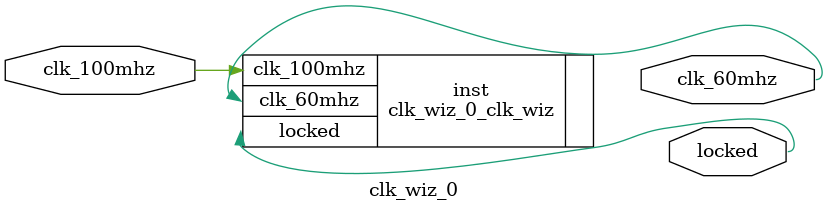
<source format=v>


`timescale 1ps/1ps

(* CORE_GENERATION_INFO = "clk_wiz_0,clk_wiz_v6_0_2_0_0,{component_name=clk_wiz_0,use_phase_alignment=true,use_min_o_jitter=false,use_max_i_jitter=false,use_dyn_phase_shift=false,use_inclk_switchover=false,use_dyn_reconfig=false,enable_axi=0,feedback_source=FDBK_AUTO,PRIMITIVE=MMCM,num_out_clk=1,clkin1_period=10.000,clkin2_period=10.000,use_power_down=false,use_reset=false,use_locked=true,use_inclk_stopped=false,feedback_type=SINGLE,CLOCK_MGR_TYPE=NA,manual_override=false}" *)

module clk_wiz_0 
 (
  // Clock out ports
  output        clk_60mhz,
  // Status and control signals
  output        locked,
 // Clock in ports
  input         clk_100mhz
 );

  clk_wiz_0_clk_wiz inst
  (
  // Clock out ports  
  .clk_60mhz(clk_60mhz),
  // Status and control signals               
  .locked(locked),
 // Clock in ports
  .clk_100mhz(clk_100mhz)
  );

endmodule

</source>
